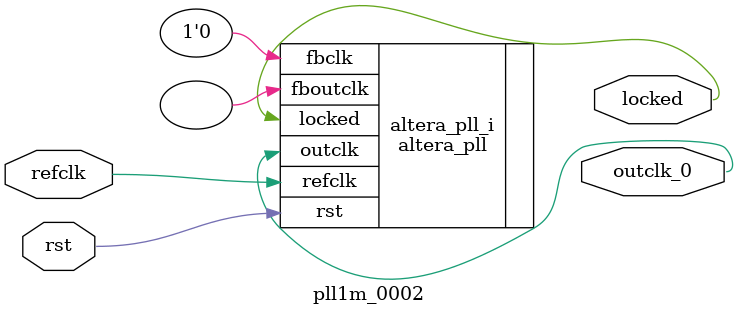
<source format=v>
`timescale 1ns/10ps
module  pll1m_0002(

	// interface 'refclk'
	input wire refclk,

	// interface 'reset'
	input wire rst,

	// interface 'outclk0'
	output wire outclk_0,

	// interface 'locked'
	output wire locked
);

	altera_pll #(
		.fractional_vco_multiplier("true"),
		.reference_clock_frequency("50.0 MHz"),
		.operation_mode("direct"),
		.number_of_clocks(1),
		.output_clock_frequency0("1.048576 MHz"),
		.phase_shift0("0 ps"),
		.duty_cycle0(50),
		.output_clock_frequency1("0 MHz"),
		.phase_shift1("0 ps"),
		.duty_cycle1(50),
		.output_clock_frequency2("0 MHz"),
		.phase_shift2("0 ps"),
		.duty_cycle2(50),
		.output_clock_frequency3("0 MHz"),
		.phase_shift3("0 ps"),
		.duty_cycle3(50),
		.output_clock_frequency4("0 MHz"),
		.phase_shift4("0 ps"),
		.duty_cycle4(50),
		.output_clock_frequency5("0 MHz"),
		.phase_shift5("0 ps"),
		.duty_cycle5(50),
		.output_clock_frequency6("0 MHz"),
		.phase_shift6("0 ps"),
		.duty_cycle6(50),
		.output_clock_frequency7("0 MHz"),
		.phase_shift7("0 ps"),
		.duty_cycle7(50),
		.output_clock_frequency8("0 MHz"),
		.phase_shift8("0 ps"),
		.duty_cycle8(50),
		.output_clock_frequency9("0 MHz"),
		.phase_shift9("0 ps"),
		.duty_cycle9(50),
		.output_clock_frequency10("0 MHz"),
		.phase_shift10("0 ps"),
		.duty_cycle10(50),
		.output_clock_frequency11("0 MHz"),
		.phase_shift11("0 ps"),
		.duty_cycle11(50),
		.output_clock_frequency12("0 MHz"),
		.phase_shift12("0 ps"),
		.duty_cycle12(50),
		.output_clock_frequency13("0 MHz"),
		.phase_shift13("0 ps"),
		.duty_cycle13(50),
		.output_clock_frequency14("0 MHz"),
		.phase_shift14("0 ps"),
		.duty_cycle14(50),
		.output_clock_frequency15("0 MHz"),
		.phase_shift15("0 ps"),
		.duty_cycle15(50),
		.output_clock_frequency16("0 MHz"),
		.phase_shift16("0 ps"),
		.duty_cycle16(50),
		.output_clock_frequency17("0 MHz"),
		.phase_shift17("0 ps"),
		.duty_cycle17(50),
		.pll_type("General"),
		.pll_subtype("General")
	) altera_pll_i (
		.rst	(rst),
		.outclk	({outclk_0}),
		.locked	(locked),
		.fboutclk	( ),
		.fbclk	(1'b0),
		.refclk	(refclk)
	);
endmodule


</source>
